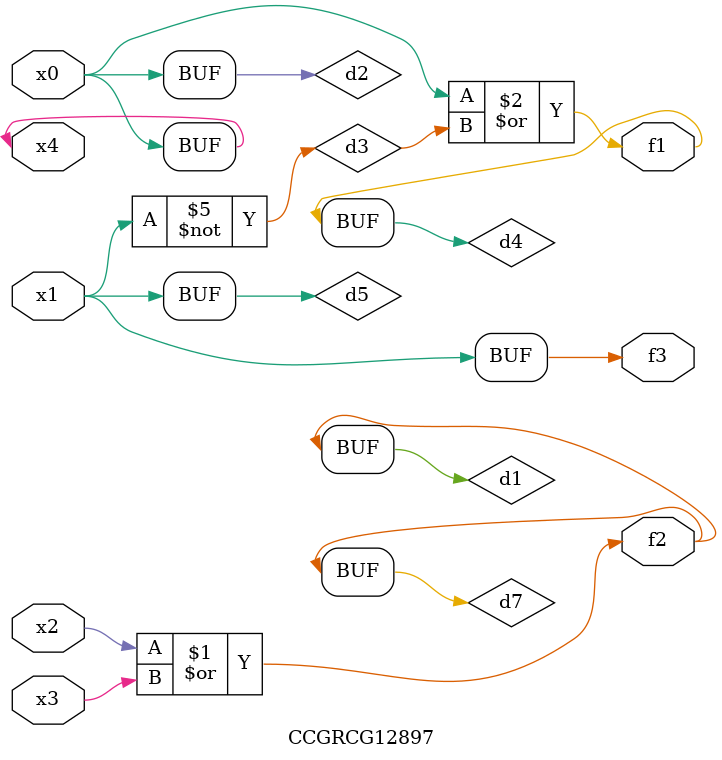
<source format=v>
module CCGRCG12897(
	input x0, x1, x2, x3, x4,
	output f1, f2, f3
);

	wire d1, d2, d3, d4, d5, d6, d7;

	or (d1, x2, x3);
	buf (d2, x0, x4);
	not (d3, x1);
	or (d4, d2, d3);
	not (d5, d3);
	nand (d6, d1, d3);
	or (d7, d1);
	assign f1 = d4;
	assign f2 = d7;
	assign f3 = d5;
endmodule

</source>
